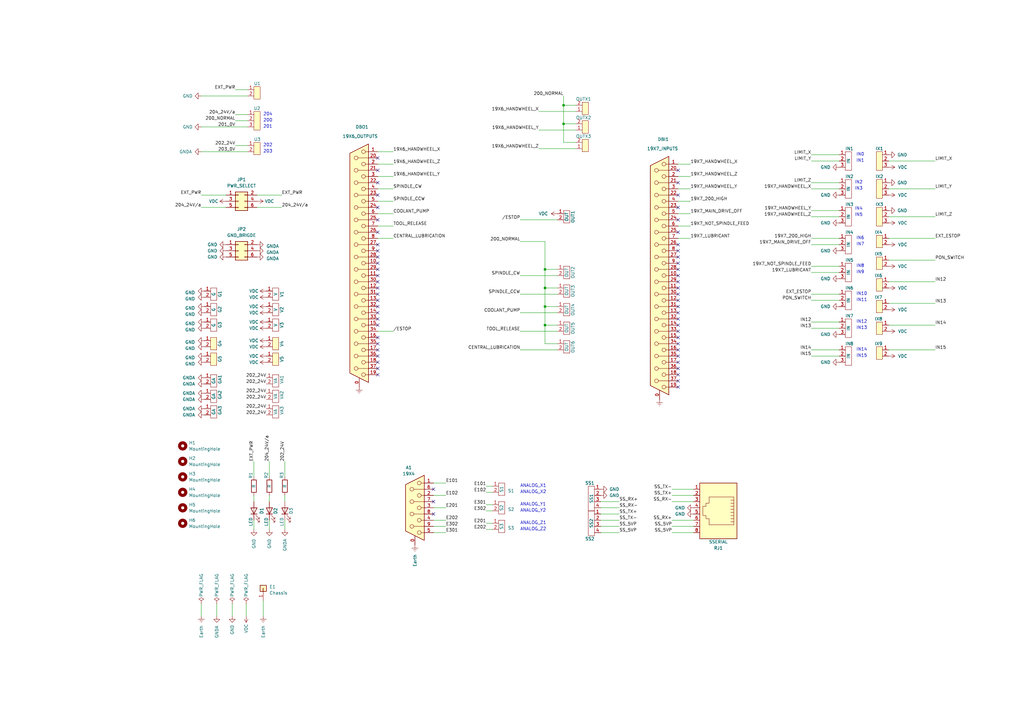
<source format=kicad_sch>
(kicad_sch (version 20250114) (generator "eeschema") (generator_version "9.0")
  (paper "A3")
  (text "IN12" (at 351.155 132.715 0) (effects (font (size 1.27 1.27)) (justify left bottom)))
  (text "ANALOG_Y1" (at 213.36 207.645 0) (effects (font (size 1.27 1.27)) (justify left bottom)))
  (text "ANALOG_Z1" (at 213.36 215.265 0) (effects (font (size 1.27 1.27)) (justify left bottom)))
  (text "IN7\n" (at 351.155 100.965 0) (effects (font (size 1.27 1.27)) (justify left bottom)))
  (text "IN4" (at 350.52 86.36 0) (effects (font (size 1.27 1.27)) (justify left bottom)))
  (text "204" (at 107.95 47.625 0) (effects (font (size 1.27 1.27)) (justify left bottom)))
  (text "IN15" (at 351.155 146.685 0) (effects (font (size 1.27 1.27)) (justify left bottom)))
  (text "IN2" (at 350.52 75.565 0) (effects (font (size 1.27 1.27)) (justify left bottom)))
  (text "201" (at 107.95 52.705 0) (effects (font (size 1.27 1.27)) (justify left bottom)))
  (text "IN13" (at 351.155 135.255 0) (effects (font (size 1.27 1.27)) (justify left bottom)))
  (text "ANALOG_Z2" (at 213.36 217.805 0) (effects (font (size 1.27 1.27)) (justify left bottom)))
  (text "ANALOG_X1" (at 213.36 200.025 0) (effects (font (size 1.27 1.27)) (justify left bottom)))
  (text "IN8" (at 351.155 109.855 0) (effects (font (size 1.27 1.27)) (justify left bottom)))
  (text "IN14" (at 351.155 144.145 0) (effects (font (size 1.27 1.27)) (justify left bottom)))
  (text "202" (at 107.95 60.325 0) (effects (font (size 1.27 1.27)) (justify left bottom)))
  (text "ANALOG_Y2" (at 213.36 210.185 0) (effects (font (size 1.27 1.27)) (justify left bottom)))
  (text "IN3\n" (at 350.52 78.105 0) (effects (font (size 1.27 1.27)) (justify left bottom)))
  (text "IN5\n" (at 350.52 88.9 0) (effects (font (size 1.27 1.27)) (justify left bottom)))
  (text "IN1\n" (at 351.155 66.675 0) (effects (font (size 1.27 1.27)) (justify left bottom)))
  (text "IN6" (at 351.155 98.425 0) (effects (font (size 1.27 1.27)) (justify left bottom)))
  (text "IN11" (at 351.155 123.825 0) (effects (font (size 1.27 1.27)) (justify left bottom)))
  (text "IN9\n" (at 351.155 112.395 0) (effects (font (size 1.27 1.27)) (justify left bottom)))
  (text "IN0" (at 351.155 64.135 0) (effects (font (size 1.27 1.27)) (justify left bottom)))
  (text "203" (at 107.95 62.865 0) (effects (font (size 1.27 1.27)) (justify left bottom)))
  (text "ANALOG_X2" (at 213.36 202.565 0) (effects (font (size 1.27 1.27)) (justify left bottom)))
  (text "IN10" (at 351.155 121.285 0) (effects (font (size 1.27 1.27)) (justify left bottom)))
  (text "200" (at 107.95 50.165 0) (effects (font (size 1.27 1.27)) (justify left bottom)))
  (junction (at 231.14 50.8))
  (junction (at 231.14 43.18))
  (junction (at 223.52 110.49))
  (junction (at 223.52 133.35))
  (junction (at 223.52 125.73))
  (junction (at 223.52 118.11))
  (no_connect (at 278.13 135.89))
  (no_connect (at 278.13 133.35))
  (no_connect (at 154.94 123.19))
  (no_connect (at 278.13 128.27))
  (no_connect (at 278.13 148.59))
  (no_connect (at 278.13 158.75))
  (no_connect (at 154.94 80.01))
  (no_connect (at 154.94 113.03))
  (no_connect (at 154.94 85.09))
  (no_connect (at 278.13 74.93))
  (no_connect (at 154.94 148.59))
  (no_connect (at 278.13 80.01))
  (no_connect (at 278.13 123.19))
  (no_connect (at 278.13 113.03))
  (no_connect (at 177.8 205.74))
  (no_connect (at 154.94 130.81))
  (no_connect (at 154.94 118.11))
  (no_connect (at 278.13 140.97))
  (no_connect (at 278.13 118.11))
  (no_connect (at 278.13 105.41))
  (no_connect (at 154.94 143.51))
  (no_connect (at 278.13 130.81))
  (no_connect (at 278.13 151.13))
  (no_connect (at 278.13 153.67))
  (no_connect (at 278.13 100.33))
  (no_connect (at 154.94 140.97))
  (no_connect (at 154.94 151.13))
  (no_connect (at 278.13 156.21))
  (no_connect (at 278.13 143.51))
  (no_connect (at 154.94 90.17))
  (no_connect (at 278.13 120.65))
  (no_connect (at 154.94 74.93))
  (no_connect (at 154.94 128.27))
  (no_connect (at 154.94 69.85))
  (no_connect (at 154.94 115.57))
  (no_connect (at 154.94 153.67))
  (no_connect (at 278.13 90.17))
  (no_connect (at 177.8 200.66))
  (no_connect (at 154.94 95.25))
  (no_connect (at 154.94 133.35))
  (no_connect (at 154.94 102.87))
  (no_connect (at 278.13 115.57))
  (no_connect (at 278.13 146.05))
  (no_connect (at 154.94 120.65))
  (no_connect (at 278.13 125.73))
  (no_connect (at 154.94 107.95))
  (no_connect (at 154.94 110.49))
  (no_connect (at 278.13 107.95))
  (no_connect (at 154.94 64.77))
  (no_connect (at 278.13 95.25))
  (no_connect (at 278.13 138.43))
  (no_connect (at 154.94 146.05))
  (no_connect (at 278.13 85.09))
  (no_connect (at 278.13 69.85))
  (no_connect (at 154.94 100.33))
  (no_connect (at 154.94 105.41))
  (no_connect (at 154.94 138.43))
  (no_connect (at 278.13 110.49))
  (no_connect (at 154.94 125.73))
  (no_connect (at 278.13 102.87))
  (no_connect (at 177.8 210.82))
  (wire (pts (xy 110.49 189.23) (xy 110.49 195.58)))
  (wire (pts (xy 364.49 97.79) (xy 383.54 97.79)))
  (wire (pts (xy 223.52 110.49) (xy 228.6 110.49)))
  (wire (pts (xy 332.74 146.05) (xy 344.17 146.05)))
  (wire (pts (xy 332.74 111.76) (xy 344.17 111.76)))
  (wire (pts (xy 283.21 72.39) (xy 278.13 72.39)))
  (wire (pts (xy 223.52 110.49) (xy 223.52 118.11)))
  (wire (pts (xy 223.52 133.35) (xy 228.6 133.35)))
  (wire (pts (xy 332.74 132.08) (xy 344.17 132.08)))
  (wire (pts (xy 332.74 86.36) (xy 344.17 86.36)))
  (wire (pts (xy 177.8 208.28) (xy 182.88 208.28)))
  (wire (pts (xy 88.9 247.65) (xy 88.9 252.73)))
  (wire (pts (xy 223.52 125.73) (xy 223.52 133.35)))
  (wire (pts (xy 332.74 63.5) (xy 344.17 63.5)))
  (wire (pts (xy 223.52 125.73) (xy 228.6 125.73)))
  (wire (pts (xy 231.14 39.37) (xy 231.14 43.18)))
  (wire (pts (xy 223.52 140.97) (xy 228.6 140.97)))
  (wire (pts (xy 283.21 67.31) (xy 278.13 67.31)))
  (wire (pts (xy 213.36 90.17) (xy 228.6 90.17)))
  (wire (pts (xy 231.14 58.42) (xy 236.22 58.42)))
  (wire (pts (xy 154.94 82.55) (xy 161.29 82.55)))
  (wire (pts (xy 275.59 200.66) (xy 284.48 200.66)))
  (wire (pts (xy 275.59 203.2) (xy 284.48 203.2)))
  (wire (pts (xy 116.84 203.2) (xy 116.84 205.74)))
  (wire (pts (xy 105.41 85.09) (xy 115.57 85.09)))
  (wire (pts (xy 220.98 53.34) (xy 236.22 53.34)))
  (wire (pts (xy 364.49 143.51) (xy 383.54 143.51)))
  (wire (pts (xy 107.95 246.38) (xy 107.95 252.73)))
  (wire (pts (xy 177.8 215.9) (xy 182.88 215.9)))
  (wire (pts (xy 82.55 52.07) (xy 101.6 52.07)))
  (wire (pts (xy 332.74 134.62) (xy 344.17 134.62)))
  (wire (pts (xy 213.36 128.27) (xy 228.6 128.27)))
  (wire (pts (xy 246.38 210.82) (xy 254 210.82)))
  (wire (pts (xy 213.36 135.89) (xy 228.6 135.89)))
  (wire (pts (xy 332.74 120.65) (xy 344.17 120.65)))
  (wire (pts (xy 283.21 77.47) (xy 278.13 77.47)))
  (wire (pts (xy 283.21 87.63) (xy 278.13 87.63)))
  (wire (pts (xy 223.52 99.06) (xy 223.52 110.49)))
  (wire (pts (xy 213.36 143.51) (xy 228.6 143.51)))
  (wire (pts (xy 231.14 50.8) (xy 236.22 50.8)))
  (wire (pts (xy 332.74 123.19) (xy 344.17 123.19)))
  (wire (pts (xy 154.94 62.23) (xy 161.29 62.23)))
  (wire (pts (xy 116.84 189.23) (xy 116.84 195.58)))
  (wire (pts (xy 383.54 88.9) (xy 364.49 88.9)))
  (wire (pts (xy 220.98 60.96) (xy 236.22 60.96)))
  (wire (pts (xy 275.59 213.36) (xy 284.48 213.36)))
  (wire (pts (xy 246.38 213.36) (xy 254 213.36)))
  (wire (pts (xy 199.39 199.39) (xy 201.93 199.39)))
  (wire (pts (xy 116.84 217.17) (xy 116.84 213.36)))
  (wire (pts (xy 105.41 80.01) (xy 115.57 80.01)))
  (wire (pts (xy 231.14 43.18) (xy 231.14 50.8)))
  (wire (pts (xy 383.54 77.47) (xy 364.49 77.47)))
  (wire (pts (xy 154.94 135.89) (xy 161.29 135.89)))
  (wire (pts (xy 275.59 215.9) (xy 284.48 215.9)))
  (wire (pts (xy 364.49 124.46) (xy 383.54 124.46)))
  (wire (pts (xy 177.8 198.12) (xy 182.88 198.12)))
  (wire (pts (xy 332.74 88.9) (xy 344.17 88.9)))
  (wire (pts (xy 213.36 120.65) (xy 228.6 120.65)))
  (wire (pts (xy 231.14 50.8) (xy 231.14 58.42)))
  (wire (pts (xy 96.52 59.69) (xy 101.6 59.69)))
  (wire (pts (xy 96.52 49.53) (xy 101.6 49.53)))
  (wire (pts (xy 104.14 189.23) (xy 104.14 195.58)))
  (wire (pts (xy 96.52 46.99) (xy 101.6 46.99)))
  (wire (pts (xy 332.74 143.51) (xy 344.17 143.51)))
  (wire (pts (xy 199.39 217.17) (xy 201.93 217.17)))
  (wire (pts (xy 332.74 97.79) (xy 344.17 97.79)))
  (wire (pts (xy 96.52 36.83) (xy 101.6 36.83)))
  (wire (pts (xy 110.49 203.2) (xy 110.49 205.74)))
  (wire (pts (xy 110.49 217.17) (xy 110.49 213.36)))
  (wire (pts (xy 332.74 109.22) (xy 344.17 109.22)))
  (wire (pts (xy 246.38 205.74) (xy 254 205.74)))
  (wire (pts (xy 104.14 203.2) (xy 104.14 205.74)))
  (wire (pts (xy 154.94 67.31) (xy 161.29 67.31)))
  (wire (pts (xy 199.39 207.01) (xy 201.93 207.01)))
  (wire (pts (xy 246.38 215.9) (xy 254 215.9)))
  (wire (pts (xy 275.59 205.74) (xy 284.48 205.74)))
  (wire (pts (xy 213.36 99.06) (xy 223.52 99.06)))
  (wire (pts (xy 246.38 218.44) (xy 254 218.44)))
  (wire (pts (xy 332.74 74.93) (xy 344.17 74.93)))
  (wire (pts (xy 177.8 203.2) (xy 182.88 203.2)))
  (wire (pts (xy 154.94 97.79) (xy 161.29 97.79)))
  (wire (pts (xy 82.55 247.65) (xy 82.55 252.73)))
  (wire (pts (xy 177.8 213.36) (xy 182.88 213.36)))
  (wire (pts (xy 364.49 115.57) (xy 383.54 115.57)))
  (wire (pts (xy 223.52 118.11) (xy 223.52 125.73)))
  (wire (pts (xy 199.39 209.55) (xy 201.93 209.55)))
  (wire (pts (xy 154.94 72.39) (xy 161.29 72.39)))
  (wire (pts (xy 199.39 201.93) (xy 201.93 201.93)))
  (wire (pts (xy 82.55 39.37) (xy 101.6 39.37)))
  (wire (pts (xy 332.74 100.33) (xy 344.17 100.33)))
  (wire (pts (xy 154.94 92.71) (xy 161.29 92.71)))
  (wire (pts (xy 246.38 208.28) (xy 254 208.28)))
  (wire (pts (xy 223.52 118.11) (xy 228.6 118.11)))
  (wire (pts (xy 199.39 214.63) (xy 201.93 214.63)))
  (wire (pts (xy 213.36 113.03) (xy 228.6 113.03)))
  (wire (pts (xy 223.52 133.35) (xy 223.52 140.97)))
  (wire (pts (xy 332.74 77.47) (xy 344.17 77.47)))
  (wire (pts (xy 154.94 87.63) (xy 161.29 87.63)))
  (wire (pts (xy 283.21 97.79) (xy 278.13 97.79)))
  (wire (pts (xy 82.55 85.09) (xy 92.71 85.09)))
  (wire (pts (xy 95.25 247.65) (xy 95.25 252.73)))
  (wire (pts (xy 364.49 106.68) (xy 383.54 106.68)))
  (wire (pts (xy 332.74 66.04) (xy 344.17 66.04)))
  (wire (pts (xy 283.21 82.55) (xy 278.13 82.55)))
  (wire (pts (xy 231.14 43.18) (xy 236.22 43.18)))
  (wire (pts (xy 177.8 218.44) (xy 182.88 218.44)))
  (wire (pts (xy 220.98 45.72) (xy 236.22 45.72)))
  (wire (pts (xy 82.55 62.23) (xy 101.6 62.23)))
  (wire (pts (xy 283.21 92.71) (xy 278.13 92.71)))
  (wire (pts (xy 275.59 218.44) (xy 284.48 218.44)))
  (wire (pts (xy 104.14 217.17) (xy 104.14 213.36)))
  (wire (pts (xy 154.94 77.47) (xy 161.29 77.47)))
  (wire (pts (xy 82.55 80.01) (xy 92.71 80.01)))
  (wire (pts (xy 383.54 66.04) (xy 364.49 66.04)))
  (wire (pts (xy 100.965 247.65) (xy 100.965 252.73)))
  (wire (pts (xy 364.49 133.35) (xy 383.54 133.35)))
  (label "E302" (at 182.88 215.9 0))
  (label "19X7_200_HIGH" (at 332.74 97.79 180))
  (label "202_24V" (at 116.84 189.23 90))
  (label "E101" (at 199.39 199.39 180))
  (label "EXT_ESTOP" (at 383.54 97.79 0))
  (label "19X6_HANDWHEEL_Y" (at 161.29 72.39 0))
  (label "LIMIT_Υ" (at 383.54 77.47 0))
  (label "202_24V" (at 109.22 157.48 180))
  (label "200_NORMAL" (at 96.52 49.53 180))
  (label "204_24V{slash}a" (at 96.52 46.99 180))
  (label "202_24V" (at 109.22 170.18 180))
  (label "SPINDLE_CCW" (at 161.29 82.55 0))
  (label "202_24V" (at 109.22 161.29 180))
  (label "19X6_HANDWHEEL_X" (at 161.29 62.23 0))
  (label "SS_5VP" (at 275.59 215.9 180))
  (label "PON_SWITCH" (at 332.74 123.19 180))
  (label "{slash}ESTOP" (at 213.36 90.17 180))
  (label "IN13" (at 383.54 124.46 0))
  (label "19X7_NOT_SPINDLE_FEED" (at 332.74 109.22 180))
  (label "IN15" (at 383.54 143.51 0))
  (label "203_0V" (at 96.52 62.23 180))
  (label "COOLANT_PUMP" (at 161.29 87.63 0))
  (label "200_NORMAL" (at 231.14 39.37 180))
  (label "SS_RX-" (at 254 208.28 0))
  (label "E302" (at 199.39 209.55 180))
  (label "SS_TX+" (at 275.59 203.2 180))
  (label "IN12" (at 332.74 132.08 180))
  (label "19X7_HANDWHEEL_X" (at 332.74 77.47 180))
  (label "EXT_PWR" (at 82.55 80.01 180))
  (label "202_24V" (at 96.52 59.69 180))
  (label "204_24V{slash}a" (at 82.55 85.09 180))
  (label "E101" (at 182.88 198.12 0))
  (label "SPINDLE_CW" (at 161.29 77.47 0))
  (label "19X7_LUBRICANT" (at 283.21 97.79 0))
  (label "CENTRAL_LUBRICATION" (at 161.29 97.79 0))
  (label "201_0V" (at 96.52 52.07 180))
  (label "19X7_NOT_SPINDLE_FEED" (at 283.21 92.71 0))
  (label "SS_TX-" (at 275.59 200.66 180))
  (label "SS_5VP" (at 254 218.44 0))
  (label "E201" (at 199.39 214.63 180))
  (label "SPINDLE_CCW" (at 213.36 120.65 180))
  (label "19X7_HANDWHEEL_Y" (at 332.74 86.36 180))
  (label "E202" (at 182.88 213.36 0))
  (label "19X7_MAIN_DRIVE_OFF" (at 283.21 87.63 0))
  (label "COOLANT_PUMP" (at 213.36 128.27 180))
  (label "PON_SWITCH" (at 383.54 106.68 0))
  (label "LIMIT_Υ" (at 332.74 66.04 180))
  (label "IN14" (at 383.54 133.35 0))
  (label "E102" (at 182.88 203.2 0))
  (label "19X7_HANDWHEEL_X" (at 283.21 67.31 0))
  (label "19X7_MAIN_DRIVE_OFF" (at 332.74 100.33 180))
  (label "E301" (at 199.39 207.01 180))
  (label "LIMIT_X" (at 332.74 63.5 180))
  (label "204_24V{slash}a" (at 110.49 189.23 90))
  (label "SPINDLE_CW" (at 213.36 113.03 180))
  (label "EXT_PWR" (at 96.52 36.83 180))
  (label "E102" (at 199.39 201.93 180))
  (label "19X6_HANDWHEEL_Z" (at 220.98 60.96 180))
  (label "TOOL_RELEASE" (at 161.29 92.71 0))
  (label "200_NORMAL" (at 213.36 99.06 180))
  (label "19X7_HANDWHEEL_Z" (at 283.21 72.39 0))
  (label "CENTRAL_LUBRICATION" (at 213.36 143.51 180))
  (label "202_24V" (at 109.22 154.94 180))
  (label "SS_TX-" (at 254 213.36 0))
  (label "EXT_PWR" (at 104.14 189.23 90))
  (label "19X6_HANDWHEEL_Z" (at 161.29 67.31 0))
  (label "SS_5VP" (at 254 215.9 0))
  (label "202_24V" (at 109.22 163.83 180))
  (label "EXT_ESTOP" (at 332.74 120.65 180))
  (label "202_24V" (at 109.22 167.64 180))
  (label "E301" (at 182.88 218.44 0))
  (label "SS_5VP" (at 275.59 218.44 180))
  (label "19X7_LUBRICANT" (at 332.74 111.76 180))
  (label "E202" (at 199.39 217.17 180))
  (label "TOOL_RELEASE" (at 213.36 135.89 180))
  (label "SS_RX-" (at 275.59 205.74 180))
  (label "204_24V{slash}a" (at 115.57 85.09 0))
  (label "IN15" (at 332.74 146.05 180))
  (label "E201" (at 182.88 208.28 0))
  (label "19X7_200_HIGH" (at 283.21 82.55 0))
  (label "IN13" (at 332.74 134.62 180))
  (label "LIMIT_Ζ" (at 332.74 74.93 180))
  (label "LIMIT_Ζ" (at 383.54 88.9 0))
  (label "SS_RX+" (at 254 205.74 0))
  (label "IN14" (at 332.74 143.51 180))
  (label "19X6_HANDWHEEL_X" (at 220.98 45.72 180))
  (label "19X6_HANDWHEEL_Y" (at 220.98 53.34 180))
  (label "IN12" (at 383.54 115.57 0))
  (label "{slash}ESTOP" (at 161.29 135.89 0))
  (label "EXT_PWR" (at 115.57 80.01 0))
  (label "SS_RX+" (at 275.59 213.36 180))
  (label "LIMIT_X" (at 383.54 66.04 0))
  (label "19X7_HANDWHEEL_Y" (at 283.21 77.47 0))
  (label "SS_TX+" (at 254 210.82 0))
  (label "19X7_HANDWHEEL_Z" (at 332.74 88.9 180))
  (symbol (lib_id "power:VDC") (at 364.49 91.44 270) (mirror x) (unit 1)
    (property "Reference" "#PWR08" (effects (hide yes)))
    (property "Value" "VDC" (at 368.3 91.44 90) (effects (justify left)))
  )
  (symbol (lib_id "XY2500R-C(5.08)-2P:XY2500R-C(5.08)-2P") (at 87.63 140.97 0) (unit 1)
    (property "Reference" "G4" (at 90.17 142.24 90) (effects (justify left)))
    (property "Value" "XY2500R-C(5.08)-2P" (effects (hide yes)))
    (property "Footprint" "XY2500R-C(5.08)-2P:XY2500R-C(5.08)-2P" (effects (hide yes)))
  )
  (symbol (lib_id "power:Earth") (at 147.32 158.75 0) (mirror y) (unit 1)
    (property "Reference" "#PWR036" (effects (hide yes)))
    (property "Value" "Earth" (effects (hide yes)))
  )
  (symbol (lib_id "XY2500R-C(5.08)-2P:XY2500R-C(5.08)-2P") (at 240.03 52.07 0) (mirror x) (unit 1)
    (property "Reference" "OUTX2" (at 236.22 48.26 0) (effects (justify left)))
    (property "Value" "XY2500R-C(5.08)-2P" (effects (hide yes)))
    (property "Footprint" "XY2500R-C(5.08)-2P:XY2500R-C(5.08)-2P" (effects (hide yes)))
  )
  (symbol (lib_id "Device:LED") (at 104.14 209.55 90) (unit 1)
    (property "Reference" "D1" (at 107.315 209.55 0))
    (property "Value" "LED" (at 102.87 213.995 0))
    (property "Footprint" "LED_THT:LED_D5.0mm" (effects (hide yes)))
  )
  (symbol (lib_id "Mechanical:MountingHole") (at 74.93 189.23 0) (unit 1)
    (property "Reference" "H2" (at 77.47 187.9599 0) (effects (justify left)))
    (property "Value" "MountingHole" (at 77.47 190.4999 0) (effects (justify left)))
    (property "Footprint" "MountingHole:MountingHole_4.5mm" (effects (hide yes)))
  )
  (symbol (lib_id "XY2500V-C(5.08)-2P:XY2500V-C(5.08)-2P") (at 232.41 111.76 0) (unit 1)
    (property "Reference" "OUT2" (at 234.95 114.3 90) (effects (justify left)))
    (property "Value" "OUT" (at 232.41 111.76 90))
    (property "Footprint" "XY2500V-C(5.08)-2P:XY2500V-C(5.08)-2P" (effects (hide yes)))
  )
  (symbol (lib_id "power:VDC") (at 109.22 128.27 90) (mirror x) (unit 1)
    (property "Reference" "#PWR019" (effects (hide yes)))
    (property "Value" "VDC" (at 104.14 128.27 90))
  )
  (symbol (lib_id "XY2500R-C(5.08)-2P:XY2500R-C(5.08)-2P") (at 113.03 147.32 0) (unit 1)
    (property "Reference" "V5" (at 115.57 148.59 90) (effects (justify left)))
    (property "Value" "XY2500R-C(5.08)-2P" (effects (hide yes)))
    (property "Footprint" "XY2500R-C(5.08)-2P:XY2500R-C(5.08)-2P" (effects (hide yes)))
  )
  (symbol (lib_id "power:VDC") (at 364.49 146.05 270) (mirror x) (unit 1)
    (property "Reference" "#PWR046" (effects (hide yes)))
    (property "Value" "VDC" (at 368.3 146.05 90) (effects (justify left)))
  )
  (symbol (lib_id "XY2500V-C(5.08)-2P:XY2500V-C(5.08)-2P") (at 87.63 127 0) (unit 1)
    (property "Reference" "G2" (at 90.17 128.27 90) (effects (justify left)))
    (property "Value" "G" (at 87.63 127 90))
    (property "Footprint" "XY2500V-C(5.08)-2P:XY2500V-C(5.08)-2P" (effects (hide yes)))
  )
  (symbol (lib_id "power:GND") (at 95.25 252.73 0) (unit 1)
    (property "Reference" "#PWR03" (effects (hide yes)))
    (property "Value" "GND" (at 95.25 260.35 90) (effects (justify left)))
  )
  (symbol (lib_id "XY2500V-C(5.08)-2P:XY2500V-C(5.08)-2P") (at 113.03 156.21 0) (unit 1)
    (property "Reference" "VA1" (at 115.57 157.48 90) (effects (justify left)))
    (property "Value" "VA" (at 113.03 156.21 90))
    (property "Footprint" "XY2500V-C(5.08)-2P:XY2500V-C(5.08)-2P" (effects (hide yes)))
  )
  (symbol (lib_id "XY2500R-C(5.08)-3P:XY2500R-C(5.08)-3P") (at 360.68 77.47 0) (mirror y) (unit 1)
    (property "Reference" "IX2" (at 360.68 72.39 0))
    (property "Value" "XY2500R-C(5.08)-3P" (effects (hide yes)))
    (property "Footprint" "XY2500R-C(5.08)-3P:XY2500R-C(5.08)-3P" (effects (hide yes)))
  )
  (symbol (lib_id "power:VDC") (at 109.22 139.7 90) (mirror x) (unit 1)
    (property "Reference" "#PWR070" (effects (hide yes)))
    (property "Value" "VDC" (at 104.14 139.7 90))
  )
  (symbol (lib_id "XY2500V-C(5.08)-2P:XY2500V-C(5.08)-2P") (at 232.41 88.9 0) (unit 1)
    (property "Reference" "OUT1" (at 234.95 91.44 90) (effects (justify left)))
    (property "Value" "OUT" (at 232.41 88.9 90))
    (property "Footprint" "XY2500V-C(5.08)-2P:XY2500V-C(5.08)-2P" (effects (hide yes)))
  )
  (symbol (lib_id "power:GND") (at 246.38 200.66 90) (mirror x) (unit 1)
    (property "Reference" "#PWR024" (effects (hide yes)))
    (property "Value" "GND" (at 254 200.66 90) (effects (justify left)))
  )
  (symbol (lib_id "power:GND") (at 344.17 68.58 270) (mirror x) (unit 1)
    (property "Reference" "#PWR038" (effects (hide yes)))
    (property "Value" "GND" (at 336.55 68.58 90) (effects (justify left)))
  )
  (symbol (lib_id "XY2500V-C(5.08)-3P:XY2500V-C(5.08)-3P") (at 344.17 78.74 0) (unit 1)
    (property "Reference" "IN2" (at 346.71 72.39 0) (effects (justify left)))
    (property "Value" "IN" (at 347.98 77.47 90))
    (property "Footprint" "XY2500V-C(5.08)-3P:XY2500V-C(5.08)-3P" (effects (hide yes)))
  )
  (symbol (lib_id "power:VDC") (at 100.965 252.73 0) (mirror x) (unit 1)
    (property "Reference" "#PWR04" (effects (hide yes)))
    (property "Value" "VDC" (at 100.965 257.81 90))
  )
  (symbol (lib_id "XY2500R-C(5.08)-3P:XY2500R-C(5.08)-3P") (at 360.68 88.9 0) (mirror y) (unit 1)
    (property "Reference" "IX3" (at 360.68 83.82 0))
    (property "Value" "XY2500R-C(5.08)-3P" (effects (hide yes)))
    (property "Footprint" "XY2500R-C(5.08)-3P:XY2500R-C(5.08)-3P" (effects (hide yes)))
  )
  (symbol (lib_id "XY2500V-C(5.08)-2P:XY2500V-C(5.08)-2P") (at 113.03 168.91 0) (unit 1)
    (property "Reference" "VA3" (at 115.57 170.18 90) (effects (justify left)))
    (property "Value" "VA" (at 113.03 168.91 90))
    (property "Footprint" "XY2500V-C(5.08)-2P:XY2500V-C(5.08)-2P" (effects (hide yes)))
  )
  (symbol (lib_id "XY2500V-C(5.08)-3P:XY2500V-C(5.08)-3P") (at 344.17 124.46 0) (unit 1)
    (property "Reference" "IN6" (at 346.71 118.11 0) (effects (justify left)))
    (property "Value" "IN" (at 347.98 123.19 90))
    (property "Footprint" "XY2500V-C(5.08)-3P:XY2500V-C(5.08)-3P" (effects (hide yes)))
  )
  (symbol (lib_id "power:GNDA") (at 105.41 102.87 90) (unit 1)
    (property "Reference" "#PWR052" (effects (hide yes)))
    (property "Value" "GNDA" (at 109.22 103.505 90) (effects (justify right)))
  )
  (symbol (lib_id "power:GND") (at 83.82 119.38 270) (unit 1)
    (property "Reference" "#PWR012" (effects (hide yes)))
    (property "Value" "GND" (at 80.01 120.015 90) (effects (justify right)))
  )
  (symbol (lib_id "power:GND") (at 83.82 148.59 270) (unit 1)
    (property "Reference" "#PWR069" (effects (hide yes)))
    (property "Value" "GND" (at 80.01 149.225 90) (effects (justify right)))
  )
  (symbol (lib_id "XY2500R-C(5.08)-2P:XY2500R-C(5.08)-2P") (at 360.68 99.06 0) (mirror y) (unit 1)
    (property "Reference" "IX4" (at 361.95 95.25 0) (effects (justify left)))
    (property "Value" "XY2500R-C(5.08)-2P" (effects (hide yes)))
    (property "Footprint" "XY2500R-C(5.08)-2P:XY2500R-C(5.08)-2P" (effects (hide yes)))
  )
  (symbol (lib_id "power:GND") (at 364.49 74.93 90) (mirror x) (unit 1)
    (property "Reference" "#PWR039" (effects (hide yes)))
    (property "Value" "GND" (at 372.11 74.93 90) (effects (justify left)))
  )
  (symbol (lib_id "power:GNDA") (at 83.82 163.83 270) (unit 1)
    (property "Reference" "#PWR058" (effects (hide yes)))
    (property "Value" "GNDA" (at 77.47 163.83 90))
  )
  (symbol (lib_id "power:PWR_FLAG") (at 100.965 247.65 0) (unit 1)
    (property "Reference" "#FLG03" (effects (hide yes)))
    (property "Value" "PWR_FLAG" (at 100.965 240.03 90))
  )
  (symbol (lib_id "power:GNDA") (at 83.82 170.18 270) (unit 1)
    (property "Reference" "#PWR060" (effects (hide yes)))
    (property "Value" "GNDA" (at 77.47 170.18 90))
  )
  (symbol (lib_id "power:GNDA") (at 82.55 62.23 270) (unit 1)
    (property "Reference" "#PWR030" (effects (hide yes)))
    (property "Value" "GNDA" (at 78.74 62.23 90) (effects (justify right)))
  )
  (symbol (lib_id "Device:R") (at 110.49 199.39 0) (unit 1)
    (property "Reference" "R2" (at 109.22 194.945 90))
    (property "Value" "R" (at 110.49 199.39 90))
    (property "Footprint" "Resistor_SMD:R_0805_2012Metric" (effects (hide yes)))
  )
  (symbol (lib_id "power:GND") (at 344.17 137.16 270) (mirror x) (unit 1)
    (property "Reference" "#PWR061" (effects (hide yes)))
    (property "Value" "GND" (at 336.55 137.16 90) (effects (justify left)))
  )
  (symbol (lib_id "XY2500R-C(5.08)-2P:XY2500R-C(5.08)-2P") (at 360.68 116.84 0) (mirror y) (unit 1)
    (property "Reference" "IX6" (at 361.95 113.03 0) (effects (justify left)))
    (property "Value" "XY2500R-C(5.08)-2P" (effects (hide yes)))
    (property "Footprint" "XY2500R-C(5.08)-2P:XY2500R-C(5.08)-2P" (effects (hide yes)))
  )
  (symbol (lib_id "power:VDC") (at 109.22 142.24 90) (mirror x) (unit 1)
    (property "Reference" "#PWR071" (effects (hide yes)))
    (property "Value" "VDC" (at 104.14 142.24 90))
  )
  (symbol (lib_id "Device:R") (at 116.84 199.39 0) (unit 1)
    (property "Reference" "R3" (at 115.57 194.945 90))
    (property "Value" "R" (at 116.84 199.39 90))
    (property "Footprint" "Resistor_SMD:R_0805_2012Metric" (effects (hide yes)))
  )
  (symbol (lib_id "power:VDC") (at 109.22 134.62 90) (mirror x) (unit 1)
    (property "Reference" "#PWR023" (effects (hide yes)))
    (property "Value" "VDC" (at 104.14 134.62 90))
  )
  (symbol (lib_id "Mechanical:MountingHole") (at 74.93 208.28 0) (unit 1)
    (property "Reference" "H5" (at 77.47 207.0099 0) (effects (justify left)))
    (property "Value" "MountingHole" (at 77.47 209.5499 0) (effects (justify left)))
    (property "Footprint" "MountingHole:MountingHole_4.5mm" (effects (hide yes)))
  )
  (symbol (lib_id "power:VDC") (at 228.6 87.63 90) (mirror x) (unit 1)
    (property "Reference" "#PWR07" (effects (hide yes)))
    (property "Value" "VDC" (at 224.79 87.63 90) (effects (justify left)))
  )
  (symbol (lib_id "XY2500V-C(5.08)-3P:XY2500V-C(5.08)-3P") (at 344.17 135.89 0) (unit 1)
    (property "Reference" "IN7" (at 346.71 129.54 0) (effects (justify left)))
    (property "Value" "IN" (at 347.98 134.62 90))
    (property "Footprint" "XY2500V-C(5.08)-3P:XY2500V-C(5.08)-3P" (effects (hide yes)))
  )
  (symbol (lib_id "power:GNDA") (at 105.41 100.33 90) (unit 1)
    (property "Reference" "#PWR035" (effects (hide yes)))
    (property "Value" "GNDA" (at 109.22 100.965 90) (effects (justify right)))
  )
  (symbol (lib_id "power:VDC") (at 364.49 135.89 270) (mirror x) (unit 1)
    (property "Reference" "#PWR045" (effects (hide yes)))
    (property "Value" "VDC" (at 368.3 135.89 90) (effects (justify left)))
  )
  (symbol (lib_id "power:GND") (at 344.17 80.01 270) (mirror x) (unit 1)
    (property "Reference" "#PWR047" (effects (hide yes)))
    (property "Value" "GND" (at 336.55 80.01 90) (effects (justify left)))
  )
  (symbol (lib_id "power:GND") (at 82.55 39.37 270) (unit 1)
    (property "Reference" "#PWR01" (effects (hide yes)))
    (property "Value" "GND" (at 74.93 39.37 90) (effects (justify left)))
  )
  (symbol (lib_id "XY2500V-C(5.08)-3P:XY2500V-C(5.08)-3P") (at 344.17 113.03 0) (unit 1)
    (property "Reference" "IN5" (at 346.71 106.68 0) (effects (justify left)))
    (property "Value" "IN" (at 347.98 111.76 90))
    (property "Footprint" "XY2500V-C(5.08)-3P:XY2500V-C(5.08)-3P" (effects (hide yes)))
  )
  (symbol (lib_id "XY2500V-C(5.08)-2P:XY2500V-C(5.08)-2P") (at 205.74 208.28 0) (unit 1)
    (property "Reference" "S2" (at 208.28 208.915 0) (effects (justify left)))
    (property "Value" "S2" (at 205.74 208.28 90))
    (property "Footprint" "XY2500V-C(5.08)-2P:XY2500V-C(5.08)-2P" (effects (hide yes)))
  )
  (symbol (lib_id "Device:LED") (at 116.84 209.55 90) (unit 1)
    (property "Reference" "D3" (at 119.38 209.55 0))
    (property "Value" "LED" (at 115.57 213.995 0))
    (property "Footprint" "LED_THT:LED_D5.0mm" (effects (hide yes)))
  )
  (symbol (lib_id "power:Earth") (at 270.51 163.83 0) (mirror y) (unit 1)
    (property "Reference" "#PWR037" (effects (hide yes)))
    (property "Value" "Earth" (effects (hide yes)))
  )
  (symbol (lib_id "XY2500V-C(5.08)-4P:XY2500V-C(5.08)-4P") (at 248.92 203.2 0) (mirror y) (unit 1)
    (property "Reference" "SS1" (at 243.84 198.12 0) (effects (justify left)))
    (property "Value" "SS1" (at 242.57 204.47 90))
    (property "Footprint" "XY2500V-C(5.08)-4P:XY2500V-C(5.08)-4P" (effects (hide yes)))
  )
  (symbol (lib_id "power:GND") (at 344.17 148.59 270) (mirror x) (unit 1)
    (property "Reference" "#PWR063" (effects (hide yes)))
    (property "Value" "GND" (at 336.55 148.59 90) (effects (justify left)))
  )
  (symbol (lib_id "Connector_Generic:Conn_02x03_Odd_Even") (at 97.79 102.87 0) (unit 1)
    (property "Reference" "JP2" (at 99.06 93.98 0))
    (property "Value" "GND_BRIGDE" (at 99.06 96.52 0))
    (property "Footprint" "Connector_PinSocket_2.54mm:PinSocket_2x03_P2.54mm_Vertical" (effects (hide yes)))
  )
  (symbol (lib_id "power:VDC") (at 109.22 146.05 90) (mirror x) (unit 1)
    (property "Reference" "#PWR072" (effects (hide yes)))
    (property "Value" "VDC" (at 104.14 146.05 90))
  )
  (symbol (lib_id "Mechanical:MountingHole") (at 74.93 182.88 0) (unit 1)
    (property "Reference" "H1" (at 77.47 181.6099 0) (effects (justify left)))
    (property "Value" "MountingHole" (at 77.47 184.1499 0) (effects (justify left)))
    (property "Footprint" "MountingHole:MountingHole_4.5mm" (effects (hide yes)))
  )
  (symbol (lib_id "power:GND") (at 92.71 100.33 270) (unit 1)
    (property "Reference" "#PWR06" (effects (hide yes)))
    (property "Value" "GND" (at 85.09 100.33 90) (effects (justify left)))
  )
  (symbol (lib_id "power:Earth") (at 82.55 252.73 0) (unit 1)
    (property "Reference" "#PWR02" (effects (hide yes)))
    (property "Value" "Earth" (at 82.55 259.08 90))
  )
  (symbol (lib_id "power:VDC") (at 364.49 100.33 270) (mirror x) (unit 1)
    (property "Reference" "#PWR041" (effects (hide yes)))
    (property "Value" "VDC" (at 368.3 100.33 90) (effects (justify left)))
  )
  (symbol (lib_id "power:VDC") (at 109.22 132.08 90) (mirror x) (unit 1)
    (property "Reference" "#PWR021" (effects (hide yes)))
    (property "Value" "VDC" (at 104.14 132.08 90))
  )
  (symbol (lib_id "power:GND") (at 364.49 86.36 90) (mirror x) (unit 1)
    (property "Reference" "#PWR028" (effects (hide yes)))
    (property "Value" "GND" (at 372.11 86.36 90) (effects (justify left)))
  )
  (symbol (lib_id "power:GNDA") (at 83.82 167.64 270) (unit 1)
    (property "Reference" "#PWR059" (effects (hide yes)))
    (property "Value" "GNDA" (at 77.47 167.64 90))
  )
  (symbol (lib_id "power:GNDA") (at 116.84 217.17 0) (unit 1)
    (property "Reference" "#PWR054" (effects (hide yes)))
    (property "Value" "GNDA" (at 116.84 223.52 90))
  )
  (symbol (lib_id "power:GND") (at 83.82 146.05 270) (unit 1)
    (property "Reference" "#PWR068" (effects (hide yes)))
    (property "Value" "GND" (at 80.01 146.685 90) (effects (justify right)))
  )
  (symbol (lib_id "power:GND") (at 92.71 105.41 270) (unit 1)
    (property "Reference" "#PWR032" (effects (hide yes)))
    (property "Value" "GND" (at 85.09 105.41 90) (effects (justify left)))
  )
  (symbol (lib_id "power:VDC") (at 364.49 127 270) (mirror x) (unit 1)
    (property "Reference" "#PWR044" (effects (hide yes)))
    (property "Value" "VDC" (at 368.3 127 90) (effects (justify left)))
  )
  (symbol (lib_id "power:GND") (at 83.82 125.73 270) (unit 1)
    (property "Reference" "#PWR016" (effects (hide yes)))
    (property "Value" "GND" (at 80.01 126.365 90) (effects (justify right)))
  )
  (symbol (lib_id "Connector_Generic:Conn_01x01") (at 107.95 241.3 90) (unit 1)
    (property "Reference" "E1" (at 110.49 240.665 90) (effects (justify right)))
    (property "Value" "Chassis" (at 110.49 243.205 90) (effects (justify right)))
    (property "Footprint" "MountingHole:MountingHole_4.5mm_Pad" (effects (hide yes)))
  )
  (symbol (lib_id "power:VDC") (at 109.22 125.73 90) (mirror x) (unit 1)
    (property "Reference" "#PWR017" (effects (hide yes)))
    (property "Value" "VDC" (at 104.14 125.73 90))
  )
  (symbol (lib_id "XY2500V-C(5.08)-2P:XY2500V-C(5.08)-2P") (at 87.63 162.56 0) (unit 1)
    (property "Reference" "GA2" (at 90.17 163.83 90) (effects (justify left)))
    (property "Value" "GA" (at 87.63 162.56 90))
    (property "Footprint" "XY2500V-C(5.08)-2P:XY2500V-C(5.08)-2P" (effects (hide yes)))
  )
  (symbol (lib_id "power:VDC") (at 364.49 109.22 270) (mirror x) (unit 1)
    (property "Reference" "#PWR042" (effects (hide yes)))
    (property "Value" "VDC" (at 368.3 109.22 90) (effects (justify left)))
  )
  (symbol (lib_id "power:GNDA") (at 88.9 252.73 0) (unit 1)
    (property "Reference" "#PWR062" (effects (hide yes)))
    (property "Value" "GNDA" (at 88.9 256.54 90) (effects (justify right)))
  )
  (symbol (lib_id "XY2500R-C(5.08)-2P:XY2500R-C(5.08)-2P") (at 240.03 44.45 0) (mirror x) (unit 1)
    (property "Reference" "OUTX1" (at 236.22 40.64 0) (effects (justify left)))
    (property "Value" "XY2500R-C(5.08)-2P" (effects (hide yes)))
    (property "Footprint" "XY2500R-C(5.08)-2P:XY2500R-C(5.08)-2P" (effects (hide yes)))
  )
  (symbol (lib_id "power:Earth") (at 107.95 252.73 0) (unit 1)
    (property "Reference" "#PWR05" (effects (hide yes)))
    (property "Value" "Earth" (at 107.95 259.08 90))
  )
  (symbol (lib_id "power:GND") (at 83.82 128.27 270) (unit 1)
    (property "Reference" "#PWR018" (effects (hide yes)))
    (property "Value" "GND" (at 80.01 128.905 90) (effects (justify right)))
  )
  (symbol (lib_id "Device:R") (at 104.14 199.39 0) (unit 1)
    (property "Reference" "R1" (at 102.87 194.945 90))
    (property "Value" "R" (at 104.14 199.39 90))
    (property "Footprint" "Resistor_SMD:R_0805_2012Metric" (effects (hide yes)))
  )
  (symbol (lib_id "power:GNDA") (at 105.41 105.41 90) (unit 1)
    (property "Reference" "#PWR053" (effects (hide yes)))
    (property "Value" "GNDA" (at 109.22 106.045 90) (effects (justify right)))
  )
  (symbol (lib_id "power:VDC") (at 364.49 80.01 270) (mirror x) (unit 1)
    (property "Reference" "#PWR029" (effects (hide yes)))
    (property "Value" "VDC" (at 368.3 80.01 90) (effects (justify left)))
  )
  (symbol (lib_id "XY2500V-C(5.08)-2P:XY2500V-C(5.08)-2P") (at 87.63 156.21 0) (unit 1)
    (property "Reference" "GA1" (at 90.17 157.48 90) (effects (justify left)))
    (property "Value" "GA" (at 87.63 156.21 90))
    (property "Footprint" "XY2500V-C(5.08)-2P:XY2500V-C(5.08)-2P" (effects (hide yes)))
  )
  (symbol (lib_id "XY2500V-C(5.08)-4P:XY2500V-C(5.08)-4P") (at 248.92 213.36 0) (mirror y) (unit 1)
    (property "Reference" "SS2" (at 243.84 220.98 0) (effects (justify left)))
    (property "Value" "SS2" (at 242.57 214.63 90))
    (property "Footprint" "XY2500V-C(5.08)-4P:XY2500V-C(5.08)-4P" (effects (hide yes)))
  )
  (symbol (lib_id "power:VDC") (at 109.22 119.38 90) (mirror x) (unit 1)
    (property "Reference" "#PWR013" (effects (hide yes)))
    (property "Value" "VDC" (at 104.14 119.38 90))
  )
  (symbol (lib_id "power:GND") (at 246.38 203.2 90) (mirror x) (unit 1)
    (property "Reference" "#PWR025" (effects (hide yes)))
    (property "Value" "GND" (at 254 203.2 90) (effects (justify left)))
  )
  (symbol (lib_id "power:VDC") (at 364.49 68.58 270) (mirror x) (unit 1)
    (property "Reference" "#PWR064" (effects (hide yes)))
    (property "Value" "VDC" (at 368.3 68.58 90) (effects (justify left)))
  )
  (symbol (lib_id "XY2500R-C(5.08)-2P:XY2500R-C(5.08)-2P") (at 240.03 59.69 0) (mirror x) (unit 1)
    (property "Reference" "OUTX3" (at 236.22 55.88 0) (effects (justify left)))
    (property "Value" "XY2500R-C(5.08)-2P" (effects (hide yes)))
    (property "Footprint" "XY2500R-C(5.08)-2P:XY2500R-C(5.08)-2P" (effects (hide yes)))
  )
  (symbol (lib_id "XY2500R-C(5.08)-2P:XY2500R-C(5.08)-2P") (at 105.41 60.96 0) (unit 1)
    (property "Reference" "U3" (at 104.14 57.15 0) (effects (justify left)))
    (property "Value" "XY2500R-C(5.08)-2P" (effects (hide yes)))
    (property "Footprint" "XY2500R-C(5.08)-2P:XY2500R-C(5.08)-2P" (effects (hide yes)))
  )
  (symbol (lib_id "power:GNDA") (at 83.82 154.94 270) (unit 1)
    (property "Reference" "#PWR055" (effects (hide yes)))
    (property "Value" "GNDA" (at 77.47 154.94 90))
  )
  (symbol (lib_id "power:GND") (at 83.82 134.62 270) (unit 1)
    (property "Reference" "#PWR022" (effects (hide yes)))
    (property "Value" "GND" (at 80.01 135.255 90) (effects (justify right)))
  )
  (symbol (lib_id "XY2500R-C(5.08)-3P:XY2500R-C(5.08)-3P") (at 360.68 66.04 0) (mirror y) (unit 1)
    (property "Reference" "IX1" (at 360.68 60.96 0))
    (property "Value" "XY2500R-C(5.08)-3P" (effects (hide yes)))
    (property "Footprint" "XY2500R-C(5.08)-3P:XY2500R-C(5.08)-3P" (effects (hide yes)))
  )
  (symbol (lib_id "XY2500V-C(5.08)-3P:XY2500V-C(5.08)-3P") (at 344.17 67.31 0) (unit 1)
    (property "Reference" "IN1" (at 346.71 60.96 0) (effects (justify left)))
    (property "Value" "IN" (at 347.98 66.04 90))
    (property "Footprint" "XY2500V-C(5.08)-3P:XY2500V-C(5.08)-3P" (effects (hide yes)))
  )
  (symbol (lib_id "power:VDC") (at 92.71 82.55 90) (mirror x) (unit 1)
    (property "Reference" "#PWR010" (effects (hide yes)))
    (property "Value" "VDC" (at 87.63 82.55 90))
  )
  (symbol (lib_id "Connector:DE9_Receptacle_MountingHoles") (at 170.18 208.28 0) (mirror y) (unit 1)
    (property "Reference" "A1" (at 168.91 191.77 0) (effects (justify left)))
    (property "Value" "19X4" (at 170.18 194.31 0) (effects (justify left)))
    (property "Footprint" "Connector_Dsub:DSUB-9_Female_Vertical_P2.77x2.84mm_MountingHoles" (effects (hide yes)))
    (property "Datasheet" " ~" (effects (hide yes)))
  )
  (symbol (lib_id "power:VDC") (at 109.22 148.59 90) (mirror x) (unit 1)
    (property "Reference" "#PWR073" (effects (hide yes)))
    (property "Value" "VDC" (at 104.14 148.59 90))
  )
  (symbol (lib_id "XY2500V-C(5.08)-2P:XY2500V-C(5.08)-2P") (at 87.63 120.65 0) (unit 1)
    (property "Reference" "G1" (at 90.17 121.92 90) (effects (justify left)))
    (property "Value" "G" (at 87.63 120.65 90))
    (property "Footprint" "XY2500V-C(5.08)-2P:XY2500V-C(5.08)-2P" (effects (hide yes)))
  )
  (symbol (lib_id "power:GND") (at 364.49 63.5 90) (mirror x) (unit 1)
    (property "Reference" "#PWR040" (effects (hide yes)))
    (property "Value" "GND" (at 372.11 63.5 90) (effects (justify left)))
  )
  (symbol (lib_id "Connector:DB37_Female_MountingHoles") (at 270.51 113.03 0) (mirror y) (unit 1)
    (property "Reference" "DBI1" (at 274.32 57.15 0) (effects (justify left)))
    (property "Value" "19X7_INPUTS" (at 278.13 60.96 0) (effects (justify left)))
    (property "Footprint" "Connector_Dsub:DSUB-37_Female_Vertical_P2.77x2.84mm_MountingHoles" (effects (hide yes)))
    (property "Datasheet" " ~" (effects (hide yes)))
  )
  (symbol (lib_id "XY2500V-C(5.08)-2P:XY2500V-C(5.08)-2P") (at 232.41 142.24 0) (unit 1)
    (property "Reference" "OUT6" (at 234.95 144.78 90) (effects (justify left)))
    (property "Value" "OUT" (at 232.41 142.24 90))
    (property "Footprint" "XY2500V-C(5.08)-2P:XY2500V-C(5.08)-2P" (effects (hide yes)))
  )
  (symbol (lib_id "power:GND") (at 284.48 210.82 270) (mirror x) (unit 1)
    (property "Reference" "#PWR027" (effects (hide yes)))
    (property "Value" "GND" (at 276.86 210.82 90) (effects (justify left)))
  )
  (symbol (lib_id "power:Earth") (at 170.18 223.52 0) (unit 1)
    (property "Reference" "#PWR065" (effects (hide yes)))
    (property "Value" "Earth" (at 170.18 229.87 90))
  )
  (symbol (lib_id "power:GND") (at 344.17 125.73 270) (mirror x) (unit 1)
    (property "Reference" "#PWR051" (effects (hide yes)))
    (property "Value" "GND" (at 336.55 125.73 90) (effects (justify left)))
  )
  (symbol (lib_id "power:PWR_FLAG") (at 88.9 247.65 0) (unit 1)
    (property "Reference" "#FLG04" (effects (hide yes)))
    (property "Value" "PWR_FLAG" (at 88.9 240.03 90))
  )
  (symbol (lib_id "XY2500R-C(5.08)-2P:XY2500R-C(5.08)-2P") (at 87.63 147.32 0) (unit 1)
    (property "Reference" "G5" (at 90.17 148.59 90) (effects (justify left)))
    (property "Value" "XY2500R-C(5.08)-2P" (effects (hide yes)))
    (property "Footprint" "XY2500R-C(5.08)-2P:XY2500R-C(5.08)-2P" (effects (hide yes)))
  )
  (symbol (lib_id "Mechanical:MountingHole") (at 74.93 195.58 0) (unit 1)
    (property "Reference" "H3" (at 77.47 194.3099 0) (effects (justify left)))
    (property "Value" "MountingHole" (at 77.47 196.8499 0) (effects (justify left)))
    (property "Footprint" "MountingHole:MountingHole_4.5mm" (effects (hide yes)))
  )
  (symbol (lib_id "Connector_Generic:Conn_02x03_Odd_Even") (at 97.79 82.55 0) (unit 1)
    (property "Reference" "JP1" (at 99.06 73.66 0))
    (property "Value" "PWR_SELECT" (at 99.06 76.2 0))
    (property "Footprint" "Connector_PinSocket_2.54mm:PinSocket_2x03_P2.54mm_Vertical" (effects (hide yes)))
  )
  (symbol (lib_id "XY2500R-C(5.08)-2P:XY2500R-C(5.08)-2P") (at 360.68 144.78 0) (mirror y) (unit 1)
    (property "Reference" "IX9" (at 361.95 140.97 0) (effects (justify left)))
    (property "Value" "XY2500R-C(5.08)-2P" (effects (hide yes)))
    (property "Footprint" "XY2500R-C(5.08)-2P:XY2500R-C(5.08)-2P" (effects (hide yes)))
  )
  (symbol (lib_id "XY2500V-C(5.08)-2P:XY2500V-C(5.08)-2P") (at 87.63 133.35 0) (unit 1)
    (property "Reference" "G3" (at 90.17 134.62 90) (effects (justify left)))
    (property "Value" "G" (at 87.63 133.35 90))
    (property "Footprint" "XY2500V-C(5.08)-2P:XY2500V-C(5.08)-2P" (effects (hide yes)))
  )
  (symbol (lib_id "XY2500V-C(5.08)-2P:XY2500V-C(5.08)-2P") (at 113.03 120.65 0) (unit 1)
    (property "Reference" "V1" (at 115.57 121.92 90) (effects (justify left)))
    (property "Value" "V" (at 113.03 120.65 90))
    (property "Footprint" "XY2500V-C(5.08)-2P:XY2500V-C(5.08)-2P" (effects (hide yes)))
  )
  (symbol (lib_id "Device:LED") (at 110.49 209.55 90) (unit 1)
    (property "Reference" "D2" (at 113.03 209.55 0))
    (property "Value" "LED" (at 109.22 213.995 0))
    (property "Footprint" "LED_THT:LED_D5.0mm" (effects (hide yes)))
  )
  (symbol (lib_id "power:VDC") (at 364.49 118.11 270) (mirror x) (unit 1)
    (property "Reference" "#PWR043" (effects (hide yes)))
    (property "Value" "VDC" (at 368.3 118.11 90) (effects (justify left)))
  )
  (symbol (lib_id "XY2500R-C(5.08)-2P:XY2500R-C(5.08)-2P") (at 360.68 107.95 0) (mirror y) (unit 1)
    (property "Reference" "IX5" (at 361.95 104.14 0) (effects (justify left)))
    (property "Value" "XY2500R-C(5.08)-2P" (effects (hide yes)))
    (property "Footprint" "XY2500R-C(5.08)-2P:XY2500R-C(5.08)-2P" (effects (hide yes)))
  )
  (symbol (lib_id "power:GND") (at 92.71 102.87 270) (unit 1)
    (property "Reference" "#PWR031" (effects (hide yes)))
    (property "Value" "GND" (at 85.09 102.87 90) (effects (justify left)))
  )
  (symbol (lib_id "Connector:DB37_Female_MountingHoles") (at 147.32 107.95 0) (mirror y) (unit 1)
    (property "Reference" "DBO1" (at 151.13 52.07 0) (effects (justify left)))
    (property "Value" "19X6_OUTPUTS" (at 154.94 55.88 0) (effects (justify left)))
    (property "Footprint" "Connector_Dsub:DSUB-37_Female_Vertical_P2.77x2.84mm_MountingHoles" (effects (hide yes)))
    (property "Datasheet" " ~" (effects (hide yes)))
  )
  (symbol (lib_id "XY2500V-C(5.08)-3P:XY2500V-C(5.08)-3P") (at 344.17 90.17 0) (unit 1)
    (property "Reference" "IN3" (at 346.71 83.82 0) (effects (justify left)))
    (property "Value" "IN" (at 347.98 88.9 90))
    (property "Footprint" "XY2500V-C(5.08)-3P:XY2500V-C(5.08)-3P" (effects (hide yes)))
  )
  (symbol (lib_id "XY2500R-C(5.08)-2P:XY2500R-C(5.08)-2P") (at 360.68 134.62 0) (mirror y) (unit 1)
    (property "Reference" "IX8" (at 361.95 130.81 0) (effects (justify left)))
    (property "Value" "XY2500R-C(5.08)-2P" (effects (hide yes)))
    (property "Footprint" "XY2500R-C(5.08)-2P:XY2500R-C(5.08)-2P" (effects (hide yes)))
  )
  (symbol (lib_id "XY2500R-C(5.08)-2P:XY2500R-C(5.08)-2P") (at 113.03 140.97 0) (unit 1)
    (property "Reference" "V4" (at 115.57 142.24 90) (effects (justify left)))
    (property "Value" "XY2500R-C(5.08)-2P" (effects (hide yes)))
    (property "Footprint" "XY2500R-C(5.08)-2P:XY2500R-C(5.08)-2P" (effects (hide yes)))
  )
  (symbol (lib_id "Mechanical:MountingHole") (at 74.93 201.93 0) (unit 1)
    (property "Reference" "H4" (at 77.47 200.6599 0) (effects (justify left)))
    (property "Value" "MountingHole" (at 77.47 203.1999 0) (effects (justify left)))
    (property "Footprint" "MountingHole:MountingHole_4.5mm" (effects (hide yes)))
  )
  (symbol (lib_id "power:PWR_FLAG") (at 95.25 247.65 0) (unit 1)
    (property "Reference" "#FLG02" (effects (hide yes)))
    (property "Value" "PWR_FLAG" (at 95.25 240.03 90))
  )
  (symbol (lib_id "power:GND") (at 284.48 208.28 270) (mirror x) (unit 1)
    (property "Reference" "#PWR026" (effects (hide yes)))
    (property "Value" "GND" (at 276.86 208.28 90) (effects (justify left)))
  )
  (symbol (lib_id "power:PWR_FLAG") (at 82.55 247.65 0) (unit 1)
    (property "Reference" "#FLG01" (effects (hide yes)))
    (property "Value" "PWR_FLAG" (at 82.55 240.03 90))
  )
  (symbol (lib_id "power:GND") (at 344.17 114.3 270) (mirror x) (unit 1)
    (property "Reference" "#PWR050" (effects (hide yes)))
    (property "Value" "GND" (at 336.55 114.3 90) (effects (justify left)))
  )
  (symbol (lib_id "XY2500V-C(5.08)-2P:XY2500V-C(5.08)-2P") (at 205.74 215.9 0) (unit 1)
    (property "Reference" "S3" (at 208.28 216.535 0) (effects (justify left)))
    (property "Value" "S3" (at 205.74 215.9 90))
    (property "Footprint" "XY2500V-C(5.08)-2P:XY2500V-C(5.08)-2P" (effects (hide yes)))
  )
  (symbol (lib_id "XY2500V-C(5.08)-2P:XY2500V-C(5.08)-2P") (at 232.41 134.62 0) (unit 1)
    (property "Reference" "OUT5" (at 234.95 137.16 90) (effects (justify left)))
    (property "Value" "OUT" (at 232.41 134.62 90))
    (property "Footprint" "XY2500V-C(5.08)-2P:XY2500V-C(5.08)-2P" (effects (hide yes)))
  )
  (symbol (lib_id "power:GND") (at 344.17 91.44 270) (mirror x) (unit 1)
    (property "Reference" "#PWR048" (effects (hide yes)))
    (property "Value" "GND" (at 336.55 91.44 90) (effects (justify left)))
  )
  (symbol (lib_id "XY2500V-C(5.08)-2P:XY2500V-C(5.08)-2P") (at 113.03 162.56 0) (unit 1)
    (property "Reference" "VA2" (at 115.57 163.83 90) (effects (justify left)))
    (property "Value" "VA" (at 113.03 162.56 90))
    (property "Footprint" "XY2500V-C(5.08)-2P:XY2500V-C(5.08)-2P" (effects (hide yes)))
  )
  (symbol (lib_id "power:GNDA") (at 83.82 161.29 270) (unit 1)
    (property "Reference" "#PWR057" (effects (hide yes)))
    (property "Value" "GNDA" (at 77.47 161.29 90))
  )
  (symbol (lib_id "XY2500V-C(5.08)-2P:XY2500V-C(5.08)-2P") (at 232.41 119.38 0) (unit 1)
    (property "Reference" "OUT3" (at 234.95 121.92 90) (effects (justify left)))
    (property "Value" "OUT" (at 232.41 119.38 90))
    (property "Footprint" "XY2500V-C(5.08)-2P:XY2500V-C(5.08)-2P" (effects (hide yes)))
  )
  (symbol (lib_id "XY2500V-C(5.08)-2P:XY2500V-C(5.08)-2P") (at 87.63 168.91 0) (unit 1)
    (property "Reference" "GA3" (at 90.17 170.18 90) (effects (justify left)))
    (property "Value" "GA" (at 87.63 168.91 90))
    (property "Footprint" "XY2500V-C(5.08)-2P:XY2500V-C(5.08)-2P" (effects (hide yes)))
  )
  (symbol (lib_id "power:GND") (at 83.82 139.7 270) (unit 1)
    (property "Reference" "#PWR066" (effects (hide yes)))
    (property "Value" "GND" (at 80.01 140.335 90) (effects (justify right)))
  )
  (symbol (lib_id "power:GND") (at 110.49 217.17 0) (unit 1)
    (property "Reference" "#PWR034" (effects (hide yes)))
    (property "Value" "GND" (at 110.4901 220.98 90) (effects (justify right)))
  )
  (symbol (lib_id "XY2500V-C(5.08)-2P:XY2500V-C(5.08)-2P") (at 205.74 200.66 0) (unit 1)
    (property "Reference" "S1" (at 208.28 201.295 0) (effects (justify left)))
    (property "Value" "S1" (at 205.74 200.66 90))
    (property "Footprint" "XY2500V-C(5.08)-2P:XY2500V-C(5.08)-2P" (effects (hide yes)))
  )
  (symbol (lib_id "power:VDC") (at 105.41 82.55 270) (mirror x) (unit 1)
    (property "Reference" "#PWR011" (effects (hide yes)))
    (property "Value" "VDC" (at 110.49 82.55 90))
  )
  (symbol (lib_id "XY2500V-C(5.08)-3P:XY2500V-C(5.08)-3P") (at 344.17 147.32 0) (unit 1)
    (property "Reference" "IN8" (at 346.71 140.97 0) (effects (justify left)))
    (property "Value" "IN" (at 347.98 146.05 90))
    (property "Footprint" "XY2500V-C(5.08)-3P:XY2500V-C(5.08)-3P" (effects (hide yes)))
  )
  (symbol (lib_id "power:GND") (at 83.82 121.92 270) (unit 1)
    (property "Reference" "#PWR014" (effects (hide yes)))
    (property "Value" "GND" (at 80.01 122.555 90) (effects (justify right)))
  )
  (symbol (lib_id "XY2500R-C(5.08)-2P:XY2500R-C(5.08)-2P") (at 360.68 125.73 0) (mirror y) (unit 1)
    (property "Reference" "IX7" (at 361.95 121.92 0) (effects (justify left)))
    (property "Value" "XY2500R-C(5.08)-2P" (effects (hide yes)))
    (property "Footprint" "XY2500R-C(5.08)-2P:XY2500R-C(5.08)-2P" (effects (hide yes)))
  )
  (symbol (lib_id "power:GND") (at 82.55 52.07 270) (unit 1)
    (property "Reference" "#PWR09" (effects (hide yes)))
    (property "Value" "GND" (at 74.93 52.07 90) (effects (justify left)))
  )
  (symbol (lib_id "XY2500V-C(5.08)-2P:XY2500V-C(5.08)-2P") (at 232.41 127 0) (unit 1)
    (property "Reference" "OUT4" (at 234.95 129.54 90) (effects (justify left)))
    (property "Value" "OUT" (at 232.41 127 90))
    (property "Footprint" "XY2500V-C(5.08)-2P:XY2500V-C(5.08)-2P" (effects (hide yes)))
  )
  (symbol (lib_id "XY2500V-C(5.08)-3P:XY2500V-C(5.08)-3P") (at 344.17 101.6 0) (unit 1)
    (property "Reference" "IN4" (at 346.71 95.25 0) (effects (justify left)))
    (property "Value" "IN" (at 347.98 100.33 90))
    (property "Footprint" "XY2500V-C(5.08)-3P:XY2500V-C(5.08)-3P" (effects (hide yes)))
  )
  (symbol (lib_id "power:VDC") (at 109.22 121.92 90) (mirror x) (unit 1)
    (property "Reference" "#PWR015" (effects (hide yes)))
    (property "Value" "VDC" (at 104.14 121.92 90))
  )
  (symbol (lib_id "power:GND") (at 83.82 142.24 270) (unit 1)
    (property "Reference" "#PWR067" (effects (hide yes)))
    (property "Value" "GND" (at 80.01 142.875 90) (effects (justify right)))
  )
  (symbol (lib_id "power:GNDA") (at 83.82 157.48 270) (unit 1)
    (property "Reference" "#PWR056" (effects (hide yes)))
    (property "Value" "GNDA" (at 77.47 157.48 90))
  )
  (symbol (lib_id "power:GND") (at 83.82 132.08 270) (unit 1)
    (property "Reference" "#PWR020" (effects (hide yes)))
    (property "Value" "GND" (at 80.01 132.715 90) (effects (justify right)))
  )
  (symbol (lib_id "XY2500R-C(5.08)-3P:XY2500R-C(5.08)-3P") (at 105.41 49.53 0) (unit 1)
    (property "Reference" "U2" (at 105.41 44.45 0))
    (property "Value" "XY2500R-C(5.08)-3P" (effects (hide yes)))
    (property "Footprint" "XY2500R-C(5.08)-3P:XY2500R-C(5.08)-3P" (effects (hide yes)))
  )
  (symbol (lib_id "Mechanical:MountingHole") (at 74.93 214.63 0) (unit 1)
    (property "Reference" "H6" (at 77.47 213.3599 0) (effects (justify left)))
    (property "Value" "MountingHole" (at 77.47 215.8999 0) (effects (justify left)))
    (property "Footprint" "MountingHole:MountingHole_4.5mm" (effects (hide yes)))
  )
  (symbol (lib_id "MTJ-88FX1:MTJ-88FX1") (at 294.64 208.28 180) (unit 1)
    (property "Reference" "RJ1" (at 294.64 224.79 0))
    (property "Value" "SSERIAL" (at 294.64 222.25 0))
    (property "Footprint" "MTJ-88FX1:MTJ-88FX1" (effects (hide yes)))
  )
  (symbol (lib_id "XY2500R-C(5.08)-2P:XY2500R-C(5.08)-2P") (at 105.41 38.1 0) (unit 1)
    (property "Reference" "U1" (at 104.14 34.29 0) (effects (justify left)))
    (property "Value" "XY2500R-C(5.08)-2P" (effects (hide yes)))
    (property "Footprint" "XY2500R-C(5.08)-2P:XY2500R-C(5.08)-2P" (effects (hide yes)))
  )
  (symbol (lib_id "power:GND") (at 104.14 217.17 0) (unit 1)
    (property "Reference" "#PWR033" (effects (hide yes)))
    (property "Value" "GND" (at 104.1401 220.98 90) (effects (justify right)))
  )
  (symbol (lib_id "XY2500V-C(5.08)-2P:XY2500V-C(5.08)-2P") (at 113.03 133.35 0) (unit 1)
    (property "Reference" "V3" (at 115.57 134.62 90) (effects (justify left)))
    (property "Value" "V" (at 113.03 133.35 90))
    (property "Footprint" "XY2500V-C(5.08)-2P:XY2500V-C(5.08)-2P" (effects (hide yes)))
  )
  (symbol (lib_id "XY2500V-C(5.08)-2P:XY2500V-C(5.08)-2P") (at 113.03 127 0) (unit 1)
    (property "Reference" "V2" (at 115.57 128.27 90) (effects (justify left)))
    (property "Value" "V" (at 113.03 127 90))
    (property "Footprint" "XY2500V-C(5.08)-2P:XY2500V-C(5.08)-2P" (effects (hide yes)))
  )
  (symbol (lib_id "power:GND") (at 344.17 102.87 270) (mirror x) (unit 1)
    (property "Reference" "#PWR049" (effects (hide yes)))
    (property "Value" "GND" (at 336.55 102.87 90) (effects (justify left)))
  )
)
</source>
